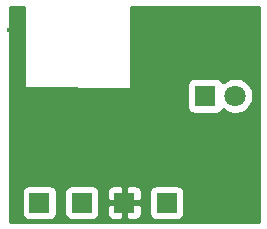
<source format=gbr>
G04 #@! TF.GenerationSoftware,KiCad,Pcbnew,(5.1.4)-1*
G04 #@! TF.CreationDate,2020-05-08T13:54:39-05:00*
G04 #@! TF.ProjectId,RN4871Board,524e3438-3731-4426-9f61-72642e6b6963,rev?*
G04 #@! TF.SameCoordinates,Original*
G04 #@! TF.FileFunction,Copper,L2,Bot*
G04 #@! TF.FilePolarity,Positive*
%FSLAX46Y46*%
G04 Gerber Fmt 4.6, Leading zero omitted, Abs format (unit mm)*
G04 Created by KiCad (PCBNEW (5.1.4)-1) date 2020-05-08 13:54:39*
%MOMM*%
%LPD*%
G04 APERTURE LIST*
%ADD10C,1.800000*%
%ADD11R,1.800000X1.800000*%
%ADD12R,1.700000X1.700000*%
%ADD13C,0.450000*%
%ADD14C,0.254000*%
G04 APERTURE END LIST*
D10*
X141020800Y-97663000D03*
D11*
X138480800Y-97663000D03*
D12*
X131622800Y-106705400D03*
X124434600Y-106705400D03*
X128041400Y-106705400D03*
X135204200Y-106705400D03*
D13*
X133934200Y-94818200D03*
X121869200Y-92125800D03*
X136296400Y-95353000D03*
X128847600Y-102514400D03*
D14*
G36*
X123113801Y-96900562D02*
G01*
X123116170Y-96925419D01*
X123123329Y-96949264D01*
X123135002Y-96971255D01*
X123150740Y-96990545D01*
X123169940Y-97006394D01*
X123191863Y-97018193D01*
X123215667Y-97025488D01*
X123240436Y-97027999D01*
X132105036Y-97053399D01*
X132130176Y-97050960D01*
X132154001Y-97043733D01*
X132175957Y-97031997D01*
X132195203Y-97016203D01*
X132210997Y-96996957D01*
X132222733Y-96975001D01*
X132229960Y-96951176D01*
X132232400Y-96926400D01*
X132232400Y-96763000D01*
X136942728Y-96763000D01*
X136942728Y-98563000D01*
X136954988Y-98687482D01*
X136991298Y-98807180D01*
X137050263Y-98917494D01*
X137129615Y-99014185D01*
X137226306Y-99093537D01*
X137336620Y-99152502D01*
X137456318Y-99188812D01*
X137580800Y-99201072D01*
X139380800Y-99201072D01*
X139505282Y-99188812D01*
X139624980Y-99152502D01*
X139735294Y-99093537D01*
X139831985Y-99014185D01*
X139911337Y-98917494D01*
X139970302Y-98807180D01*
X139975856Y-98788873D01*
X140042295Y-98855312D01*
X140293705Y-99023299D01*
X140573057Y-99139011D01*
X140869616Y-99198000D01*
X141171984Y-99198000D01*
X141468543Y-99139011D01*
X141747895Y-99023299D01*
X141999305Y-98855312D01*
X142213112Y-98641505D01*
X142381099Y-98390095D01*
X142496811Y-98110743D01*
X142555800Y-97814184D01*
X142555800Y-97511816D01*
X142496811Y-97215257D01*
X142381099Y-96935905D01*
X142213112Y-96684495D01*
X141999305Y-96470688D01*
X141747895Y-96302701D01*
X141468543Y-96186989D01*
X141171984Y-96128000D01*
X140869616Y-96128000D01*
X140573057Y-96186989D01*
X140293705Y-96302701D01*
X140042295Y-96470688D01*
X139975856Y-96537127D01*
X139970302Y-96518820D01*
X139911337Y-96408506D01*
X139831985Y-96311815D01*
X139735294Y-96232463D01*
X139624980Y-96173498D01*
X139505282Y-96137188D01*
X139380800Y-96124928D01*
X137580800Y-96124928D01*
X137456318Y-96137188D01*
X137336620Y-96173498D01*
X137226306Y-96232463D01*
X137129615Y-96311815D01*
X137050263Y-96408506D01*
X136991298Y-96518820D01*
X136954988Y-96638518D01*
X136942728Y-96763000D01*
X132232400Y-96763000D01*
X132232400Y-90160000D01*
X143053201Y-90160000D01*
X143053200Y-108356800D01*
X121919600Y-108356800D01*
X121919600Y-105855400D01*
X122946528Y-105855400D01*
X122946528Y-107555400D01*
X122958788Y-107679882D01*
X122995098Y-107799580D01*
X123054063Y-107909894D01*
X123133415Y-108006585D01*
X123230106Y-108085937D01*
X123340420Y-108144902D01*
X123460118Y-108181212D01*
X123584600Y-108193472D01*
X125284600Y-108193472D01*
X125409082Y-108181212D01*
X125528780Y-108144902D01*
X125639094Y-108085937D01*
X125735785Y-108006585D01*
X125815137Y-107909894D01*
X125874102Y-107799580D01*
X125910412Y-107679882D01*
X125922672Y-107555400D01*
X125922672Y-105855400D01*
X126553328Y-105855400D01*
X126553328Y-107555400D01*
X126565588Y-107679882D01*
X126601898Y-107799580D01*
X126660863Y-107909894D01*
X126740215Y-108006585D01*
X126836906Y-108085937D01*
X126947220Y-108144902D01*
X127066918Y-108181212D01*
X127191400Y-108193472D01*
X128891400Y-108193472D01*
X129015882Y-108181212D01*
X129135580Y-108144902D01*
X129245894Y-108085937D01*
X129342585Y-108006585D01*
X129421937Y-107909894D01*
X129480902Y-107799580D01*
X129517212Y-107679882D01*
X129529472Y-107555400D01*
X130134728Y-107555400D01*
X130146988Y-107679882D01*
X130183298Y-107799580D01*
X130242263Y-107909894D01*
X130321615Y-108006585D01*
X130418306Y-108085937D01*
X130528620Y-108144902D01*
X130648318Y-108181212D01*
X130772800Y-108193472D01*
X131337050Y-108190400D01*
X131495800Y-108031650D01*
X131495800Y-106832400D01*
X131749800Y-106832400D01*
X131749800Y-108031650D01*
X131908550Y-108190400D01*
X132472800Y-108193472D01*
X132597282Y-108181212D01*
X132716980Y-108144902D01*
X132827294Y-108085937D01*
X132923985Y-108006585D01*
X133003337Y-107909894D01*
X133062302Y-107799580D01*
X133098612Y-107679882D01*
X133110872Y-107555400D01*
X133107800Y-106991150D01*
X132949050Y-106832400D01*
X131749800Y-106832400D01*
X131495800Y-106832400D01*
X130296550Y-106832400D01*
X130137800Y-106991150D01*
X130134728Y-107555400D01*
X129529472Y-107555400D01*
X129529472Y-105855400D01*
X130134728Y-105855400D01*
X130137800Y-106419650D01*
X130296550Y-106578400D01*
X131495800Y-106578400D01*
X131495800Y-105379150D01*
X131749800Y-105379150D01*
X131749800Y-106578400D01*
X132949050Y-106578400D01*
X133107800Y-106419650D01*
X133110872Y-105855400D01*
X133716128Y-105855400D01*
X133716128Y-107555400D01*
X133728388Y-107679882D01*
X133764698Y-107799580D01*
X133823663Y-107909894D01*
X133903015Y-108006585D01*
X133999706Y-108085937D01*
X134110020Y-108144902D01*
X134229718Y-108181212D01*
X134354200Y-108193472D01*
X136054200Y-108193472D01*
X136178682Y-108181212D01*
X136298380Y-108144902D01*
X136408694Y-108085937D01*
X136505385Y-108006585D01*
X136584737Y-107909894D01*
X136643702Y-107799580D01*
X136680012Y-107679882D01*
X136692272Y-107555400D01*
X136692272Y-105855400D01*
X136680012Y-105730918D01*
X136643702Y-105611220D01*
X136584737Y-105500906D01*
X136505385Y-105404215D01*
X136408694Y-105324863D01*
X136298380Y-105265898D01*
X136178682Y-105229588D01*
X136054200Y-105217328D01*
X134354200Y-105217328D01*
X134229718Y-105229588D01*
X134110020Y-105265898D01*
X133999706Y-105324863D01*
X133903015Y-105404215D01*
X133823663Y-105500906D01*
X133764698Y-105611220D01*
X133728388Y-105730918D01*
X133716128Y-105855400D01*
X133110872Y-105855400D01*
X133098612Y-105730918D01*
X133062302Y-105611220D01*
X133003337Y-105500906D01*
X132923985Y-105404215D01*
X132827294Y-105324863D01*
X132716980Y-105265898D01*
X132597282Y-105229588D01*
X132472800Y-105217328D01*
X131908550Y-105220400D01*
X131749800Y-105379150D01*
X131495800Y-105379150D01*
X131337050Y-105220400D01*
X130772800Y-105217328D01*
X130648318Y-105229588D01*
X130528620Y-105265898D01*
X130418306Y-105324863D01*
X130321615Y-105404215D01*
X130242263Y-105500906D01*
X130183298Y-105611220D01*
X130146988Y-105730918D01*
X130134728Y-105855400D01*
X129529472Y-105855400D01*
X129517212Y-105730918D01*
X129480902Y-105611220D01*
X129421937Y-105500906D01*
X129342585Y-105404215D01*
X129245894Y-105324863D01*
X129135580Y-105265898D01*
X129015882Y-105229588D01*
X128891400Y-105217328D01*
X127191400Y-105217328D01*
X127066918Y-105229588D01*
X126947220Y-105265898D01*
X126836906Y-105324863D01*
X126740215Y-105404215D01*
X126660863Y-105500906D01*
X126601898Y-105611220D01*
X126565588Y-105730918D01*
X126553328Y-105855400D01*
X125922672Y-105855400D01*
X125910412Y-105730918D01*
X125874102Y-105611220D01*
X125815137Y-105500906D01*
X125735785Y-105404215D01*
X125639094Y-105324863D01*
X125528780Y-105265898D01*
X125409082Y-105229588D01*
X125284600Y-105217328D01*
X123584600Y-105217328D01*
X123460118Y-105229588D01*
X123340420Y-105265898D01*
X123230106Y-105324863D01*
X123133415Y-105404215D01*
X123054063Y-105500906D01*
X122995098Y-105611220D01*
X122958788Y-105730918D01*
X122946528Y-105855400D01*
X121919600Y-105855400D01*
X121919600Y-90160000D01*
X123137044Y-90160000D01*
X123113801Y-96900562D01*
X123113801Y-96900562D01*
G37*
X123113801Y-96900562D02*
X123116170Y-96925419D01*
X123123329Y-96949264D01*
X123135002Y-96971255D01*
X123150740Y-96990545D01*
X123169940Y-97006394D01*
X123191863Y-97018193D01*
X123215667Y-97025488D01*
X123240436Y-97027999D01*
X132105036Y-97053399D01*
X132130176Y-97050960D01*
X132154001Y-97043733D01*
X132175957Y-97031997D01*
X132195203Y-97016203D01*
X132210997Y-96996957D01*
X132222733Y-96975001D01*
X132229960Y-96951176D01*
X132232400Y-96926400D01*
X132232400Y-96763000D01*
X136942728Y-96763000D01*
X136942728Y-98563000D01*
X136954988Y-98687482D01*
X136991298Y-98807180D01*
X137050263Y-98917494D01*
X137129615Y-99014185D01*
X137226306Y-99093537D01*
X137336620Y-99152502D01*
X137456318Y-99188812D01*
X137580800Y-99201072D01*
X139380800Y-99201072D01*
X139505282Y-99188812D01*
X139624980Y-99152502D01*
X139735294Y-99093537D01*
X139831985Y-99014185D01*
X139911337Y-98917494D01*
X139970302Y-98807180D01*
X139975856Y-98788873D01*
X140042295Y-98855312D01*
X140293705Y-99023299D01*
X140573057Y-99139011D01*
X140869616Y-99198000D01*
X141171984Y-99198000D01*
X141468543Y-99139011D01*
X141747895Y-99023299D01*
X141999305Y-98855312D01*
X142213112Y-98641505D01*
X142381099Y-98390095D01*
X142496811Y-98110743D01*
X142555800Y-97814184D01*
X142555800Y-97511816D01*
X142496811Y-97215257D01*
X142381099Y-96935905D01*
X142213112Y-96684495D01*
X141999305Y-96470688D01*
X141747895Y-96302701D01*
X141468543Y-96186989D01*
X141171984Y-96128000D01*
X140869616Y-96128000D01*
X140573057Y-96186989D01*
X140293705Y-96302701D01*
X140042295Y-96470688D01*
X139975856Y-96537127D01*
X139970302Y-96518820D01*
X139911337Y-96408506D01*
X139831985Y-96311815D01*
X139735294Y-96232463D01*
X139624980Y-96173498D01*
X139505282Y-96137188D01*
X139380800Y-96124928D01*
X137580800Y-96124928D01*
X137456318Y-96137188D01*
X137336620Y-96173498D01*
X137226306Y-96232463D01*
X137129615Y-96311815D01*
X137050263Y-96408506D01*
X136991298Y-96518820D01*
X136954988Y-96638518D01*
X136942728Y-96763000D01*
X132232400Y-96763000D01*
X132232400Y-90160000D01*
X143053201Y-90160000D01*
X143053200Y-108356800D01*
X121919600Y-108356800D01*
X121919600Y-105855400D01*
X122946528Y-105855400D01*
X122946528Y-107555400D01*
X122958788Y-107679882D01*
X122995098Y-107799580D01*
X123054063Y-107909894D01*
X123133415Y-108006585D01*
X123230106Y-108085937D01*
X123340420Y-108144902D01*
X123460118Y-108181212D01*
X123584600Y-108193472D01*
X125284600Y-108193472D01*
X125409082Y-108181212D01*
X125528780Y-108144902D01*
X125639094Y-108085937D01*
X125735785Y-108006585D01*
X125815137Y-107909894D01*
X125874102Y-107799580D01*
X125910412Y-107679882D01*
X125922672Y-107555400D01*
X125922672Y-105855400D01*
X126553328Y-105855400D01*
X126553328Y-107555400D01*
X126565588Y-107679882D01*
X126601898Y-107799580D01*
X126660863Y-107909894D01*
X126740215Y-108006585D01*
X126836906Y-108085937D01*
X126947220Y-108144902D01*
X127066918Y-108181212D01*
X127191400Y-108193472D01*
X128891400Y-108193472D01*
X129015882Y-108181212D01*
X129135580Y-108144902D01*
X129245894Y-108085937D01*
X129342585Y-108006585D01*
X129421937Y-107909894D01*
X129480902Y-107799580D01*
X129517212Y-107679882D01*
X129529472Y-107555400D01*
X130134728Y-107555400D01*
X130146988Y-107679882D01*
X130183298Y-107799580D01*
X130242263Y-107909894D01*
X130321615Y-108006585D01*
X130418306Y-108085937D01*
X130528620Y-108144902D01*
X130648318Y-108181212D01*
X130772800Y-108193472D01*
X131337050Y-108190400D01*
X131495800Y-108031650D01*
X131495800Y-106832400D01*
X131749800Y-106832400D01*
X131749800Y-108031650D01*
X131908550Y-108190400D01*
X132472800Y-108193472D01*
X132597282Y-108181212D01*
X132716980Y-108144902D01*
X132827294Y-108085937D01*
X132923985Y-108006585D01*
X133003337Y-107909894D01*
X133062302Y-107799580D01*
X133098612Y-107679882D01*
X133110872Y-107555400D01*
X133107800Y-106991150D01*
X132949050Y-106832400D01*
X131749800Y-106832400D01*
X131495800Y-106832400D01*
X130296550Y-106832400D01*
X130137800Y-106991150D01*
X130134728Y-107555400D01*
X129529472Y-107555400D01*
X129529472Y-105855400D01*
X130134728Y-105855400D01*
X130137800Y-106419650D01*
X130296550Y-106578400D01*
X131495800Y-106578400D01*
X131495800Y-105379150D01*
X131749800Y-105379150D01*
X131749800Y-106578400D01*
X132949050Y-106578400D01*
X133107800Y-106419650D01*
X133110872Y-105855400D01*
X133716128Y-105855400D01*
X133716128Y-107555400D01*
X133728388Y-107679882D01*
X133764698Y-107799580D01*
X133823663Y-107909894D01*
X133903015Y-108006585D01*
X133999706Y-108085937D01*
X134110020Y-108144902D01*
X134229718Y-108181212D01*
X134354200Y-108193472D01*
X136054200Y-108193472D01*
X136178682Y-108181212D01*
X136298380Y-108144902D01*
X136408694Y-108085937D01*
X136505385Y-108006585D01*
X136584737Y-107909894D01*
X136643702Y-107799580D01*
X136680012Y-107679882D01*
X136692272Y-107555400D01*
X136692272Y-105855400D01*
X136680012Y-105730918D01*
X136643702Y-105611220D01*
X136584737Y-105500906D01*
X136505385Y-105404215D01*
X136408694Y-105324863D01*
X136298380Y-105265898D01*
X136178682Y-105229588D01*
X136054200Y-105217328D01*
X134354200Y-105217328D01*
X134229718Y-105229588D01*
X134110020Y-105265898D01*
X133999706Y-105324863D01*
X133903015Y-105404215D01*
X133823663Y-105500906D01*
X133764698Y-105611220D01*
X133728388Y-105730918D01*
X133716128Y-105855400D01*
X133110872Y-105855400D01*
X133098612Y-105730918D01*
X133062302Y-105611220D01*
X133003337Y-105500906D01*
X132923985Y-105404215D01*
X132827294Y-105324863D01*
X132716980Y-105265898D01*
X132597282Y-105229588D01*
X132472800Y-105217328D01*
X131908550Y-105220400D01*
X131749800Y-105379150D01*
X131495800Y-105379150D01*
X131337050Y-105220400D01*
X130772800Y-105217328D01*
X130648318Y-105229588D01*
X130528620Y-105265898D01*
X130418306Y-105324863D01*
X130321615Y-105404215D01*
X130242263Y-105500906D01*
X130183298Y-105611220D01*
X130146988Y-105730918D01*
X130134728Y-105855400D01*
X129529472Y-105855400D01*
X129517212Y-105730918D01*
X129480902Y-105611220D01*
X129421937Y-105500906D01*
X129342585Y-105404215D01*
X129245894Y-105324863D01*
X129135580Y-105265898D01*
X129015882Y-105229588D01*
X128891400Y-105217328D01*
X127191400Y-105217328D01*
X127066918Y-105229588D01*
X126947220Y-105265898D01*
X126836906Y-105324863D01*
X126740215Y-105404215D01*
X126660863Y-105500906D01*
X126601898Y-105611220D01*
X126565588Y-105730918D01*
X126553328Y-105855400D01*
X125922672Y-105855400D01*
X125910412Y-105730918D01*
X125874102Y-105611220D01*
X125815137Y-105500906D01*
X125735785Y-105404215D01*
X125639094Y-105324863D01*
X125528780Y-105265898D01*
X125409082Y-105229588D01*
X125284600Y-105217328D01*
X123584600Y-105217328D01*
X123460118Y-105229588D01*
X123340420Y-105265898D01*
X123230106Y-105324863D01*
X123133415Y-105404215D01*
X123054063Y-105500906D01*
X122995098Y-105611220D01*
X122958788Y-105730918D01*
X122946528Y-105855400D01*
X121919600Y-105855400D01*
X121919600Y-90160000D01*
X123137044Y-90160000D01*
X123113801Y-96900562D01*
M02*

</source>
